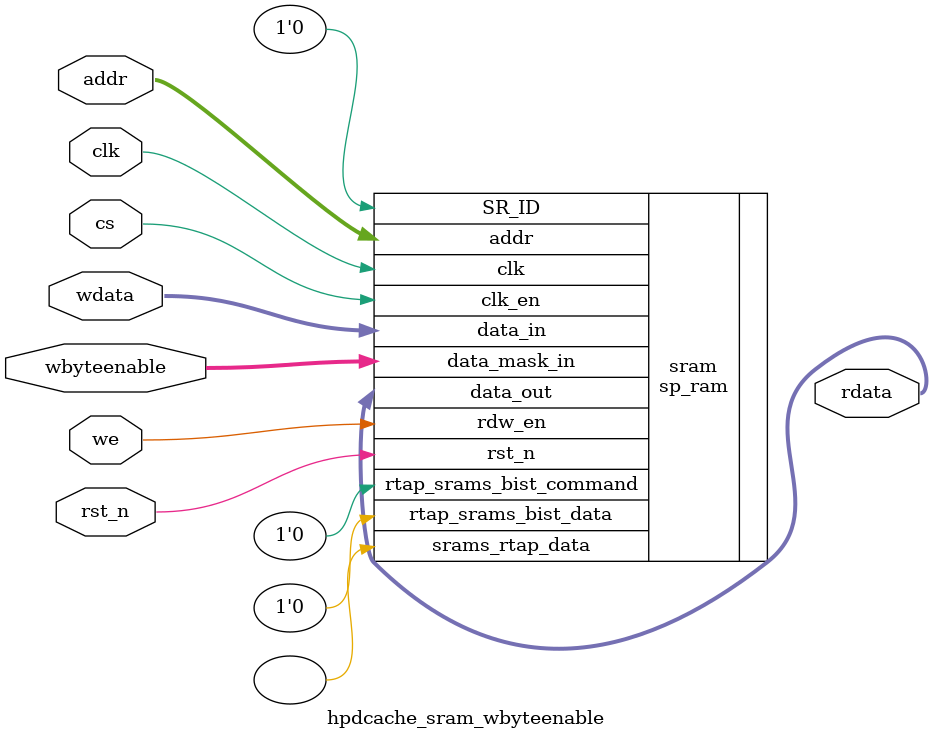
<source format=sv>
/*
 *  Copyright 2023 CEA*
 *  *Commissariat a l'Energie Atomique et aux Energies Alternatives (CEA)
 *
 *  SPDX-License-Identifier: Apache-2.0 WITH SHL-2.1
 *
 *  Licensed under the Solderpad Hardware License v 2.1 (the “License”); you
 *  may not use this file except in compliance with the License, or, at your
 *  option, the Apache License version 2.0. You may obtain a copy of the
 *  License at
 *
 *  https://solderpad.org/licenses/SHL-2.1/
 *
 *  Unless required by applicable law or agreed to in writing, any work
 *  distributed under the License is distributed on an “AS IS” BASIS, WITHOUT
 *  WARRANTIES OR CONDITIONS OF ANY KIND, either express or implied. See the
 *  License for the specific language governing permissions and limitations
 *  under the License.
 */
/*
 *  Authors       : Cesar Fuguet
 *  Creation Date : March, 2020
 *  Description   : Wrapper for 1RW SRAM macros implementing a write byte enable
 *  History       :
 */
module hpdcache_sram_wbyteenable
#(
    parameter int unsigned ADDR_SIZE = 0,
    parameter int unsigned DATA_SIZE = 0,
    parameter int unsigned DEPTH = 2**ADDR_SIZE
)
(
    input  logic                   clk,
    input  logic                   rst_n,
    input  logic                   cs,
    input  logic                   we,
    input  logic [ADDR_SIZE-1:0]   addr,
    input  logic [DATA_SIZE-1:0]   wdata,
    input  logic [DATA_SIZE/8-1:0] wbyteenable,
    output logic [DATA_SIZE-1:0]   rdata
);

    sp_ram #(
        .ADDR_WIDTH(ADDR_SIZE),
        .DATA_WIDTH(DATA_SIZE),
        `ifdef SRAM_IP
        .INSTANTIATE_ASIC_MEMORY(1'b1),
        `else
        .INSTANTIATE_ASIC_MEMORY(1'b0),
        `endif
        .COL_WIDTH(8),
        .INIT_MEMORY_ON_RESET('0) // HPDC doesn't initialize any SRAM
    ) sram (
        `ifdef INTEL_PHYSICAL_MEM_CTRL
        .INTEL_MEM_CTRL(uhdusplr_mem_ctrl),
        `endif
        .SR_ID('0),
        .clk(clk),
        .rst_n(rst_n),
        .clk_en(cs),
        .rdw_en(we),
        .addr(addr),
        .data_in(wdata),
        .data_mask_in(wbyteenable),
        .data_out(rdata),
        .srams_rtap_data( /* Unconnected */ ),
        .rtap_srams_bist_command('0),
        .rtap_srams_bist_data('0)
    );

endmodule : hpdcache_sram_wbyteenable

</source>
